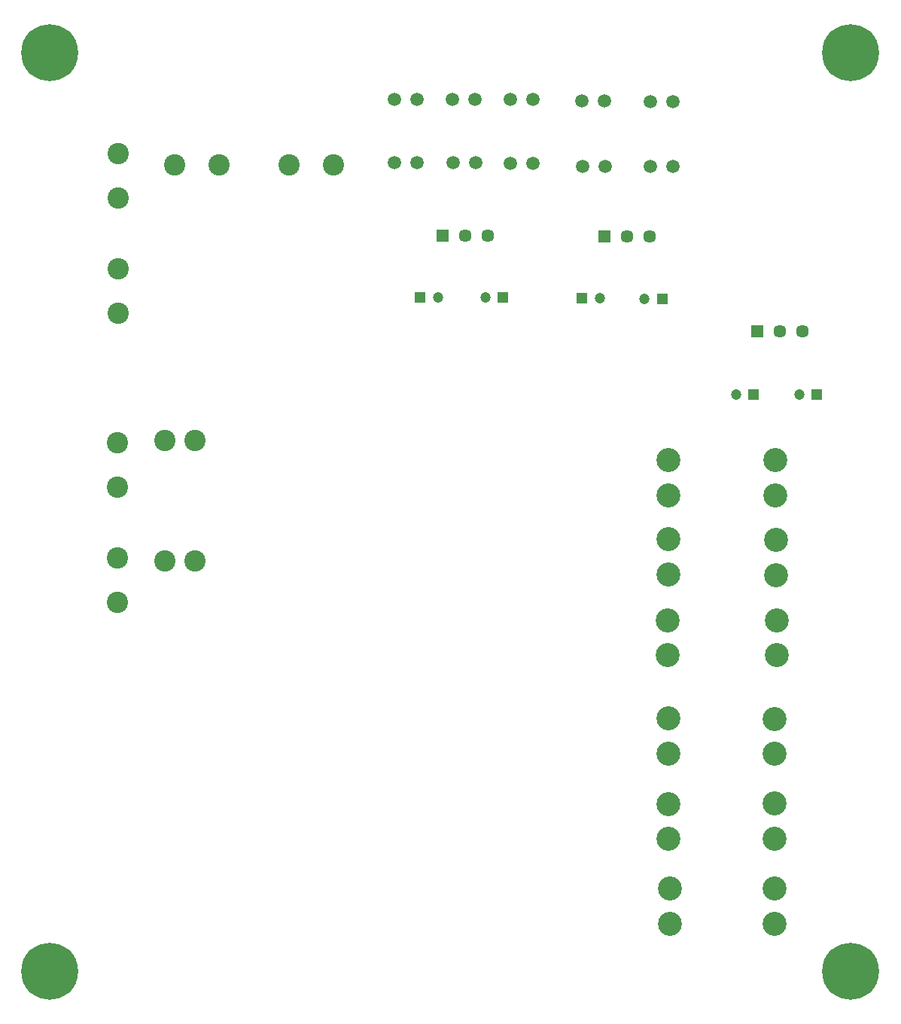
<source format=gbr>
%TF.GenerationSoftware,KiCad,Pcbnew,(6.0.2)*%
%TF.CreationDate,2022-03-05T17:59:28+01:00*%
%TF.ProjectId,Carte_Alim_V6_2022,43617274-655f-4416-9c69-6d5f56365f32,rev?*%
%TF.SameCoordinates,Original*%
%TF.FileFunction,Soldermask,Bot*%
%TF.FilePolarity,Negative*%
%FSLAX46Y46*%
G04 Gerber Fmt 4.6, Leading zero omitted, Abs format (unit mm)*
G04 Created by KiCad (PCBNEW (6.0.2)) date 2022-03-05 17:59:28*
%MOMM*%
%LPD*%
G01*
G04 APERTURE LIST*
%ADD10C,2.700000*%
%ADD11C,2.400000*%
%ADD12R,1.200000X1.200000*%
%ADD13C,1.200000*%
%ADD14C,0.800000*%
%ADD15C,6.400000*%
%ADD16C,1.508000*%
%ADD17R,1.448000X1.448000*%
%ADD18C,1.448000*%
G04 APERTURE END LIST*
D10*
%TO.C,J32*%
X120000000Y-102860000D03*
X120000000Y-106820000D03*
%TD*%
%TO.C,J13*%
X119950000Y-73820000D03*
X119950000Y-77780000D03*
%TD*%
D11*
%TO.C,J5*%
X58100000Y-39400000D03*
X58100000Y-44400000D03*
%TD*%
D12*
%TO.C,C53*%
X110227401Y-55640000D03*
D13*
X112227401Y-55640000D03*
%TD*%
D14*
%TO.C,H4*%
X48702944Y-26302944D03*
X48000000Y-28000000D03*
X50400000Y-30400000D03*
X52800000Y-28000000D03*
X52097056Y-29697056D03*
X48702944Y-29697056D03*
X50400000Y-25600000D03*
X52097056Y-26302944D03*
D15*
X50400000Y-28000000D03*
%TD*%
D16*
%TO.C,J10*%
X104770000Y-40500000D03*
X102230000Y-40500000D03*
%TD*%
%TO.C,J8*%
X98270000Y-40400000D03*
X95730000Y-40400000D03*
%TD*%
%TO.C,J19*%
X112770000Y-33400000D03*
X110230000Y-33400000D03*
%TD*%
D11*
%TO.C,J2*%
X58000000Y-71900000D03*
X58000000Y-76900000D03*
%TD*%
D10*
%TO.C,J30*%
X131900000Y-122020000D03*
X131900000Y-125980000D03*
%TD*%
D12*
%TO.C,C56*%
X119272600Y-55700000D03*
D13*
X117272600Y-55700000D03*
%TD*%
D10*
%TO.C,J18*%
X119950000Y-82700000D03*
X119950000Y-86660000D03*
%TD*%
D16*
%TO.C,J12*%
X91670000Y-40360000D03*
X89130000Y-40360000D03*
%TD*%
D10*
%TO.C,J15*%
X132050000Y-82820000D03*
X132050000Y-86780000D03*
%TD*%
%TO.C,J29*%
X131900000Y-102920000D03*
X131900000Y-106880000D03*
%TD*%
D14*
%TO.C,H2*%
X140500000Y-30400000D03*
X142197056Y-29697056D03*
X138802944Y-29697056D03*
X140500000Y-25600000D03*
X142197056Y-26302944D03*
D15*
X140500000Y-28000000D03*
D14*
X138802944Y-26302944D03*
X138100000Y-28000000D03*
X142900000Y-28000000D03*
%TD*%
D17*
%TO.C,PS3*%
X129960000Y-59347500D03*
D18*
X132500000Y-59347500D03*
X135040000Y-59347500D03*
%TD*%
D16*
%TO.C,J11*%
X104770000Y-33300000D03*
X102230000Y-33300000D03*
%TD*%
D10*
%TO.C,J16*%
X119900000Y-91820000D03*
X119900000Y-95780000D03*
%TD*%
D12*
%TO.C,C57*%
X136672600Y-66447500D03*
D13*
X134672600Y-66447500D03*
%TD*%
D16*
%TO.C,J23*%
X120470000Y-33540000D03*
X117930000Y-33540000D03*
%TD*%
D14*
%TO.C,H3*%
X52097056Y-129602944D03*
X48000000Y-131300000D03*
X48702944Y-129602944D03*
D15*
X50400000Y-131300000D03*
D14*
X50400000Y-133700000D03*
X52097056Y-132997056D03*
X52800000Y-131300000D03*
X48702944Y-132997056D03*
X50400000Y-128900000D03*
%TD*%
D10*
%TO.C,J27*%
X131900000Y-112420000D03*
X131900000Y-116380000D03*
%TD*%
D14*
%TO.C,H1*%
X138802944Y-132997056D03*
X140500000Y-128900000D03*
D15*
X140500000Y-131300000D03*
D14*
X138802944Y-129602944D03*
X138100000Y-131300000D03*
X142197056Y-129602944D03*
X142900000Y-131300000D03*
X140500000Y-133700000D03*
X142197056Y-132997056D03*
%TD*%
D16*
%TO.C,J25*%
X120470000Y-40840000D03*
X117930000Y-40840000D03*
%TD*%
D10*
%TO.C,J14*%
X132000000Y-73820000D03*
X132000000Y-77780000D03*
%TD*%
D12*
%TO.C,C54*%
X129572599Y-66447500D03*
D13*
X127572599Y-66447500D03*
%TD*%
D17*
%TO.C,PS2*%
X112760000Y-48700000D03*
D18*
X115300000Y-48700000D03*
X117840000Y-48700000D03*
%TD*%
D10*
%TO.C,J17*%
X132150000Y-91820000D03*
X132150000Y-95780000D03*
%TD*%
D11*
%TO.C,J3*%
X58100000Y-52300000D03*
X58100000Y-57300000D03*
%TD*%
%TO.C,J1*%
X58000000Y-84800000D03*
X58000000Y-89800000D03*
%TD*%
D16*
%TO.C,J9*%
X91670000Y-33260000D03*
X89130000Y-33260000D03*
%TD*%
%TO.C,J21*%
X112870000Y-40840000D03*
X110330000Y-40840000D03*
%TD*%
D17*
%TO.C,PS1*%
X94560000Y-48600000D03*
D18*
X97100000Y-48600000D03*
X99640000Y-48600000D03*
%TD*%
D10*
%TO.C,J28*%
X120000000Y-112480000D03*
X120000000Y-116440000D03*
%TD*%
D12*
%TO.C,C55*%
X101372600Y-55500000D03*
D13*
X99372600Y-55500000D03*
%TD*%
D12*
%TO.C,C52*%
X92027401Y-55500000D03*
D13*
X94027401Y-55500000D03*
%TD*%
D10*
%TO.C,J31*%
X120100000Y-122020000D03*
X120100000Y-125980000D03*
%TD*%
D11*
%TO.C,J6*%
X82300000Y-40600000D03*
X77300000Y-40600000D03*
%TD*%
%TO.C,J4*%
X69400000Y-40600000D03*
X64400000Y-40600000D03*
%TD*%
%TO.C,F1*%
X63300000Y-85135000D03*
X66700000Y-85135000D03*
X66700000Y-71665000D03*
X63300000Y-71665000D03*
%TD*%
D16*
%TO.C,J7*%
X98170000Y-33300000D03*
X95630000Y-33300000D03*
%TD*%
M02*

</source>
